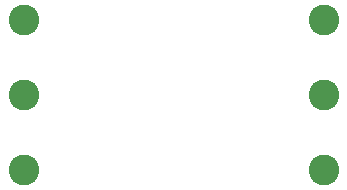
<source format=gbs>
G04 #@! TF.GenerationSoftware,KiCad,Pcbnew,7.0.2-0*
G04 #@! TF.CreationDate,2024-01-28T15:47:01-06:00*
G04 #@! TF.ProjectId,wire_adapter,77697265-5f61-4646-9170-7465722e6b69,rev?*
G04 #@! TF.SameCoordinates,Original*
G04 #@! TF.FileFunction,Soldermask,Bot*
G04 #@! TF.FilePolarity,Negative*
%FSLAX46Y46*%
G04 Gerber Fmt 4.6, Leading zero omitted, Abs format (unit mm)*
G04 Created by KiCad (PCBNEW 7.0.2-0) date 2024-01-28 15:47:01*
%MOMM*%
%LPD*%
G01*
G04 APERTURE LIST*
%ADD10C,2.600000*%
G04 APERTURE END LIST*
D10*
G04 #@! TO.C,J6*
X157480000Y-101600000D03*
G04 #@! TD*
G04 #@! TO.C,J5*
X157480000Y-95250000D03*
G04 #@! TD*
G04 #@! TO.C,J4*
X157480000Y-88900000D03*
G04 #@! TD*
G04 #@! TO.C,J3*
X132080000Y-101600000D03*
G04 #@! TD*
G04 #@! TO.C,J2*
X132080000Y-95250000D03*
G04 #@! TD*
G04 #@! TO.C,J1*
X132080000Y-88900000D03*
G04 #@! TD*
M02*

</source>
